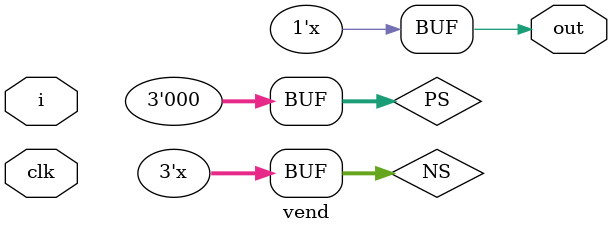
<source format=v>
module vend(out,i ,clk );
input i ,clk; //i=0 -> 1 rupee & i=1 -> 2 rupee
reg [2:0]PS ,NS;
output  reg out ; // out =1 -> choclate is out.
parameter s0=0 ,s1=1,s2=2,s3=3,s4=4,s5=5; //si = i ruppees

always@(posedge clk)
 PS<=NS ;
always@(PS,i)
    
	case(PS)
	s0: begin
        	out=i ?0:0;  
	        NS=i?s2:s1;
		end	
	s1: begin
	        out=i?0:0;
	        NS=i?s3:s2;
	    end	
	s2: begin     
	        out =i?0:0;
	        NS=i?s4:s3;
		end	
	s3: begin 
	        out=i ?1:0;
	        NS=i?s5:s4;
		end	
	s4: begin 
	        out=i ?1:1;
	        NS=i?s1:s5;
		end	
	s5: begin
	        out =i ?1:1;
	        NS=i?s2:s1;
		end	
	default: PS=s0;
endcase
endmodule

</source>
